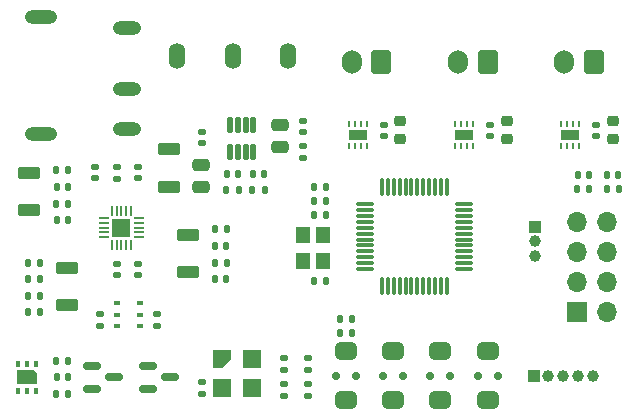
<source format=gbr>
%TF.GenerationSoftware,KiCad,Pcbnew,(7.0.0)*%
%TF.CreationDate,2023-04-19T17:04:57+08:00*%
%TF.ProjectId,Warehouse-on-STM32,57617265-686f-4757-9365-2d6f6e2d5354,rev?*%
%TF.SameCoordinates,Original*%
%TF.FileFunction,Soldermask,Top*%
%TF.FilePolarity,Negative*%
%FSLAX46Y46*%
G04 Gerber Fmt 4.6, Leading zero omitted, Abs format (unit mm)*
G04 Created by KiCad (PCBNEW (7.0.0)) date 2023-04-19 17:04:57*
%MOMM*%
%LPD*%
G01*
G04 APERTURE LIST*
G04 Aperture macros list*
%AMRoundRect*
0 Rectangle with rounded corners*
0 $1 Rounding radius*
0 $2 $3 $4 $5 $6 $7 $8 $9 X,Y pos of 4 corners*
0 Add a 4 corners polygon primitive as box body*
4,1,4,$2,$3,$4,$5,$6,$7,$8,$9,$2,$3,0*
0 Add four circle primitives for the rounded corners*
1,1,$1+$1,$2,$3*
1,1,$1+$1,$4,$5*
1,1,$1+$1,$6,$7*
1,1,$1+$1,$8,$9*
0 Add four rect primitives between the rounded corners*
20,1,$1+$1,$2,$3,$4,$5,0*
20,1,$1+$1,$4,$5,$6,$7,0*
20,1,$1+$1,$6,$7,$8,$9,0*
20,1,$1+$1,$8,$9,$2,$3,0*%
%AMOutline5P*
0 Free polygon, 5 corners , with rotation*
0 The origin of the aperture is its center*
0 number of corners: always 5*
0 $1 to $10 corner X, Y*
0 $11 Rotation angle, in degrees counterclockwise*
0 create outline with 5 corners*
4,1,5,$1,$2,$3,$4,$5,$6,$7,$8,$9,$10,$1,$2,$11*%
%AMOutline6P*
0 Free polygon, 6 corners , with rotation*
0 The origin of the aperture is its center*
0 number of corners: always 6*
0 $1 to $12 corner X, Y*
0 $13 Rotation angle, in degrees counterclockwise*
0 create outline with 6 corners*
4,1,6,$1,$2,$3,$4,$5,$6,$7,$8,$9,$10,$11,$12,$1,$2,$13*%
%AMOutline7P*
0 Free polygon, 7 corners , with rotation*
0 The origin of the aperture is its center*
0 number of corners: always 7*
0 $1 to $14 corner X, Y*
0 $15 Rotation angle, in degrees counterclockwise*
0 create outline with 7 corners*
4,1,7,$1,$2,$3,$4,$5,$6,$7,$8,$9,$10,$11,$12,$13,$14,$1,$2,$15*%
%AMOutline8P*
0 Free polygon, 8 corners , with rotation*
0 The origin of the aperture is its center*
0 number of corners: always 8*
0 $1 to $16 corner X, Y*
0 $17 Rotation angle, in degrees counterclockwise*
0 create outline with 8 corners*
4,1,8,$1,$2,$3,$4,$5,$6,$7,$8,$9,$10,$11,$12,$13,$14,$15,$16,$1,$2,$17*%
G04 Aperture macros list end*
%ADD10RoundRect,0.140000X-0.140000X-0.170000X0.140000X-0.170000X0.140000X0.170000X-0.140000X0.170000X0*%
%ADD11R,0.250000X0.500000*%
%ADD12R,1.600000X0.900000*%
%ADD13RoundRect,0.250000X0.600000X0.750000X-0.600000X0.750000X-0.600000X-0.750000X0.600000X-0.750000X0*%
%ADD14O,1.700000X2.000000*%
%ADD15RoundRect,0.075000X-0.662500X-0.075000X0.662500X-0.075000X0.662500X0.075000X-0.662500X0.075000X0*%
%ADD16RoundRect,0.075000X-0.075000X-0.662500X0.075000X-0.662500X0.075000X0.662500X-0.075000X0.662500X0*%
%ADD17RoundRect,0.135000X-0.135000X-0.185000X0.135000X-0.185000X0.135000X0.185000X-0.135000X0.185000X0*%
%ADD18RoundRect,0.140000X-0.170000X0.140000X-0.170000X-0.140000X0.170000X-0.140000X0.170000X0.140000X0*%
%ADD19RoundRect,0.225000X-0.250000X0.225000X-0.250000X-0.225000X0.250000X-0.225000X0.250000X0.225000X0*%
%ADD20RoundRect,0.135000X-0.185000X0.135000X-0.185000X-0.135000X0.185000X-0.135000X0.185000X0.135000X0*%
%ADD21RoundRect,0.147500X-0.172500X0.147500X-0.172500X-0.147500X0.172500X-0.147500X0.172500X0.147500X0*%
%ADD22RoundRect,0.250000X0.475000X-0.250000X0.475000X0.250000X-0.475000X0.250000X-0.475000X-0.250000X0*%
%ADD23RoundRect,0.140000X0.140000X0.170000X-0.140000X0.170000X-0.140000X-0.170000X0.140000X-0.170000X0*%
%ADD24C,0.700000*%
%ADD25RoundRect,0.412500X0.537500X-0.312500X0.537500X0.312500X-0.537500X0.312500X-0.537500X-0.312500X0*%
%ADD26Outline5P,-0.750000X0.075000X-0.075000X0.750000X0.750000X0.750000X0.750000X-0.750000X-0.750000X-0.750000X180.000000*%
%ADD27R,1.500000X1.500000*%
%ADD28RoundRect,0.050000X-0.375000X-0.050000X0.375000X-0.050000X0.375000X0.050000X-0.375000X0.050000X0*%
%ADD29RoundRect,0.050000X-0.050000X-0.375000X0.050000X-0.375000X0.050000X0.375000X-0.050000X0.375000X0*%
%ADD30R,1.650000X1.650000*%
%ADD31RoundRect,0.125000X-0.125000X0.537500X-0.125000X-0.537500X0.125000X-0.537500X0.125000X0.537500X0*%
%ADD32RoundRect,0.150000X-0.587500X-0.150000X0.587500X-0.150000X0.587500X0.150000X-0.587500X0.150000X0*%
%ADD33RoundRect,0.250000X-0.700000X0.275000X-0.700000X-0.275000X0.700000X-0.275000X0.700000X0.275000X0*%
%ADD34RoundRect,0.135000X0.135000X0.185000X-0.135000X0.185000X-0.135000X-0.185000X0.135000X-0.185000X0*%
%ADD35RoundRect,0.140000X0.170000X-0.140000X0.170000X0.140000X-0.170000X0.140000X-0.170000X-0.140000X0*%
%ADD36R,0.400000X0.550000*%
%ADD37Outline5P,-0.625000X0.550000X-0.325000X0.850000X0.625000X0.850000X0.625000X-0.850000X-0.625000X-0.850000X270.000000*%
%ADD38R,1.700000X1.700000*%
%ADD39O,1.700000X1.700000*%
%ADD40R,1.000000X1.000000*%
%ADD41C,1.000000*%
%ADD42R,1.200000X1.400000*%
%ADD43RoundRect,0.135000X0.185000X-0.135000X0.185000X0.135000X-0.185000X0.135000X-0.185000X-0.135000X0*%
%ADD44RoundRect,0.250000X0.700000X-0.275000X0.700000X0.275000X-0.700000X0.275000X-0.700000X-0.275000X0*%
%ADD45RoundRect,0.250000X-0.475000X0.250000X-0.475000X-0.250000X0.475000X-0.250000X0.475000X0.250000X0*%
%ADD46O,2.380000X1.180000*%
%ADD47O,2.730000X1.180000*%
%ADD48O,1.400000X2.200000*%
%ADD49R,0.550000X0.400000*%
G04 APERTURE END LIST*
D10*
%TO.C,C8*%
X117920000Y-123400000D03*
X118880000Y-123400000D03*
%TD*%
D11*
%TO.C,U5*%
X139749999Y-110249999D03*
X139249999Y-110249999D03*
X138749999Y-110249999D03*
X138249999Y-110249999D03*
X138249999Y-112149999D03*
X138749999Y-112149999D03*
X139249999Y-112149999D03*
X139749999Y-112149999D03*
D12*
X138999999Y-111199999D03*
%TD*%
D13*
%TO.C,J6*%
X141000000Y-105000000D03*
D14*
X138499999Y-104999999D03*
%TD*%
D15*
%TO.C,U1*%
X130637500Y-117050000D03*
X130637500Y-117550000D03*
X130637500Y-118050000D03*
X130637500Y-118550000D03*
X130637500Y-119050000D03*
X130637500Y-119550000D03*
X130637500Y-120050000D03*
X130637500Y-120550000D03*
X130637500Y-121050000D03*
X130637500Y-121550000D03*
X130637500Y-122050000D03*
X130637500Y-122550000D03*
D16*
X132050000Y-123962500D03*
X132550000Y-123962500D03*
X133050000Y-123962500D03*
X133550000Y-123962500D03*
X134050000Y-123962500D03*
X134550000Y-123962500D03*
X135050000Y-123962500D03*
X135550000Y-123962500D03*
X136050000Y-123962500D03*
X136550000Y-123962500D03*
X137050000Y-123962500D03*
X137550000Y-123962500D03*
D15*
X138962500Y-122550000D03*
X138962500Y-122050000D03*
X138962500Y-121550000D03*
X138962500Y-121050000D03*
X138962500Y-120550000D03*
X138962500Y-120050000D03*
X138962500Y-119550000D03*
X138962500Y-119050000D03*
X138962500Y-118550000D03*
X138962500Y-118050000D03*
X138962500Y-117550000D03*
X138962500Y-117050000D03*
D16*
X137550000Y-115637500D03*
X137050000Y-115637500D03*
X136550000Y-115637500D03*
X136050000Y-115637500D03*
X135550000Y-115637500D03*
X135050000Y-115637500D03*
X134550000Y-115637500D03*
X134050000Y-115637500D03*
X133550000Y-115637500D03*
X133050000Y-115637500D03*
X132550000Y-115637500D03*
X132050000Y-115637500D03*
%TD*%
D17*
%TO.C,R7*%
X117890000Y-119200000D03*
X118910000Y-119200000D03*
%TD*%
D18*
%TO.C,C19*%
X125400000Y-109982500D03*
X125400000Y-110942500D03*
%TD*%
D19*
%TO.C,C26*%
X151600000Y-110025000D03*
X151600000Y-111575000D03*
%TD*%
D20*
%TO.C,R16*%
X108200000Y-126390000D03*
X108200000Y-127410000D03*
%TD*%
D21*
%TO.C,D1*%
X123800000Y-132315000D03*
X123800000Y-133285000D03*
%TD*%
D10*
%TO.C,C30*%
X104520000Y-131728500D03*
X105480000Y-131728500D03*
%TD*%
D22*
%TO.C,C23*%
X116775000Y-115612500D03*
X116775000Y-113712500D03*
%TD*%
D23*
%TO.C,C2*%
X152080000Y-114600000D03*
X151120000Y-114600000D03*
%TD*%
D24*
%TO.C,SW4*%
X128150000Y-131600000D03*
X129850000Y-131600000D03*
D25*
X129000000Y-133675000D03*
X129000000Y-129525000D03*
%TD*%
D17*
%TO.C,R11*%
X104490000Y-114200000D03*
X105510000Y-114200000D03*
%TD*%
D26*
%TO.C,U9*%
X118549999Y-130149999D03*
D27*
X118549999Y-132649999D03*
X121049999Y-132649999D03*
X121049999Y-130149999D03*
%TD*%
D28*
%TO.C,U2*%
X108550000Y-118250000D03*
X108550000Y-118650000D03*
X108550000Y-119050000D03*
X108550000Y-119450000D03*
X108550000Y-119850000D03*
D29*
X109200000Y-120500000D03*
X109600000Y-120500000D03*
X110000000Y-120500000D03*
X110400000Y-120500000D03*
X110800000Y-120500000D03*
D28*
X111450000Y-119850000D03*
X111450000Y-119450000D03*
X111450000Y-119050000D03*
X111450000Y-118650000D03*
X111450000Y-118250000D03*
D29*
X110800000Y-117600000D03*
X110400000Y-117600000D03*
X110000000Y-117600000D03*
X109600000Y-117600000D03*
X109200000Y-117600000D03*
D30*
X109999999Y-119049999D03*
%TD*%
D23*
%TO.C,C3*%
X129480000Y-126800000D03*
X128520000Y-126800000D03*
%TD*%
%TO.C,C4*%
X127280000Y-116800000D03*
X126320000Y-116800000D03*
%TD*%
D31*
%TO.C,U3*%
X121175000Y-110325000D03*
X120525000Y-110325000D03*
X119875000Y-110325000D03*
X119225000Y-110325000D03*
X119225000Y-112600000D03*
X119875000Y-112600000D03*
X120525000Y-112600000D03*
X121175000Y-112600000D03*
%TD*%
D21*
%TO.C,D2*%
X125800000Y-132315000D03*
X125800000Y-133285000D03*
%TD*%
D32*
%TO.C,Q2*%
X112262500Y-130778500D03*
X112262500Y-132678500D03*
X114137500Y-131728500D03*
%TD*%
D18*
%TO.C,C16*%
X109600000Y-122120000D03*
X109600000Y-123080000D03*
%TD*%
D33*
%TO.C,L4*%
X114000000Y-112425000D03*
X114000000Y-115575000D03*
%TD*%
D10*
%TO.C,C20*%
X118920000Y-114462500D03*
X119880000Y-114462500D03*
%TD*%
D32*
%TO.C,Q1*%
X107462500Y-130778500D03*
X107462500Y-132678500D03*
X109337500Y-131728500D03*
%TD*%
D34*
%TO.C,R1*%
X149600000Y-115800000D03*
X148580000Y-115800000D03*
%TD*%
%TO.C,R9*%
X103110000Y-122000000D03*
X102090000Y-122000000D03*
%TD*%
D35*
%TO.C,C15*%
X111400000Y-114880000D03*
X111400000Y-113920000D03*
%TD*%
D20*
%TO.C,R17*%
X113000000Y-126390000D03*
X113000000Y-127410000D03*
%TD*%
D36*
%TO.C,U8*%
X102799999Y-130578499D03*
X101999999Y-130578499D03*
X101199999Y-130578499D03*
X101199999Y-132878499D03*
X101999999Y-132878499D03*
X102799999Y-132878499D03*
D37*
X101999999Y-131728499D03*
%TD*%
D17*
%TO.C,R20*%
X104490000Y-133128500D03*
X105510000Y-133128500D03*
%TD*%
D24*
%TO.C,SW2*%
X136150000Y-131600000D03*
X137850000Y-131600000D03*
D25*
X137000000Y-133675000D03*
X137000000Y-129525000D03*
%TD*%
D35*
%TO.C,C18*%
X107800000Y-114880000D03*
X107800000Y-113920000D03*
%TD*%
D24*
%TO.C,SW3*%
X132150000Y-131600000D03*
X133850000Y-131600000D03*
D25*
X133000000Y-133675000D03*
X133000000Y-129525000D03*
%TD*%
D17*
%TO.C,R6*%
X117890000Y-122000000D03*
X118910000Y-122000000D03*
%TD*%
D18*
%TO.C,C28*%
X141200000Y-110320000D03*
X141200000Y-111280000D03*
%TD*%
D35*
%TO.C,C21*%
X116800000Y-111880000D03*
X116800000Y-110920000D03*
%TD*%
D18*
%TO.C,C29*%
X150200000Y-110320000D03*
X150200000Y-111280000D03*
%TD*%
D38*
%TO.C,J1*%
X148599999Y-126199999D03*
D39*
X151139999Y-126199999D03*
X148599999Y-123659999D03*
X151139999Y-123659999D03*
X148599999Y-121119999D03*
X151139999Y-121119999D03*
X148599999Y-118579999D03*
X151139999Y-118579999D03*
%TD*%
D34*
%TO.C,R14*%
X122110000Y-115862500D03*
X121090000Y-115862500D03*
%TD*%
D23*
%TO.C,C7*%
X127280000Y-123600000D03*
X126320000Y-123600000D03*
%TD*%
D20*
%TO.C,R13*%
X125400000Y-112152500D03*
X125400000Y-113172500D03*
%TD*%
D23*
%TO.C,C6*%
X127280000Y-115600000D03*
X126320000Y-115600000D03*
%TD*%
D20*
%TO.C,R19*%
X116800000Y-132090000D03*
X116800000Y-133110000D03*
%TD*%
D23*
%TO.C,C5*%
X127280000Y-118000000D03*
X126320000Y-118000000D03*
%TD*%
%TO.C,C12*%
X103080000Y-123400000D03*
X102120000Y-123400000D03*
%TD*%
D40*
%TO.C,J3*%
X144999999Y-118949999D03*
D41*
X145000000Y-120200000D03*
X145000000Y-121450000D03*
%TD*%
D34*
%TO.C,R15*%
X119910000Y-115862500D03*
X118890000Y-115862500D03*
%TD*%
D24*
%TO.C,SW1*%
X140150000Y-131600000D03*
X141850000Y-131600000D03*
D25*
X141000000Y-133675000D03*
X141000000Y-129525000D03*
%TD*%
D42*
%TO.C,Y1*%
X125349999Y-119699999D03*
X125349999Y-121899999D03*
X127049999Y-121899999D03*
X127049999Y-119699999D03*
%TD*%
D43*
%TO.C,R4*%
X125800000Y-131110000D03*
X125800000Y-130090000D03*
%TD*%
D10*
%TO.C,C13*%
X104520000Y-115600000D03*
X105480000Y-115600000D03*
%TD*%
D18*
%TO.C,C27*%
X132200000Y-110320000D03*
X132200000Y-111280000D03*
%TD*%
D43*
%TO.C,R3*%
X123800000Y-131110000D03*
X123800000Y-130090000D03*
%TD*%
D40*
%TO.C,J2*%
X144899999Y-131599999D03*
D41*
X146150000Y-131600000D03*
X147400000Y-131600000D03*
X148650000Y-131600000D03*
X149900000Y-131600000D03*
%TD*%
D17*
%TO.C,R5*%
X128490000Y-127952000D03*
X129510000Y-127952000D03*
%TD*%
D44*
%TO.C,L1*%
X115600000Y-122775000D03*
X115600000Y-119625000D03*
%TD*%
D11*
%TO.C,U4*%
X130749999Y-110249999D03*
X130249999Y-110249999D03*
X129749999Y-110249999D03*
X129249999Y-110249999D03*
X129249999Y-112149999D03*
X129749999Y-112149999D03*
X130249999Y-112149999D03*
X130749999Y-112149999D03*
D12*
X129999999Y-111199999D03*
%TD*%
D17*
%TO.C,R18*%
X104490000Y-130328500D03*
X105510000Y-130328500D03*
%TD*%
D13*
%TO.C,J5*%
X132000000Y-105000000D03*
D14*
X129499999Y-104999999D03*
%TD*%
D11*
%TO.C,U6*%
X148749999Y-110249999D03*
X148249999Y-110249999D03*
X147749999Y-110249999D03*
X147249999Y-110249999D03*
X147249999Y-112149999D03*
X147749999Y-112149999D03*
X148249999Y-112149999D03*
X148749999Y-112149999D03*
D12*
X147999999Y-111199999D03*
%TD*%
D23*
%TO.C,C22*%
X122080000Y-114462500D03*
X121120000Y-114462500D03*
%TD*%
D44*
%TO.C,L2*%
X105400000Y-125575000D03*
X105400000Y-122425000D03*
%TD*%
D10*
%TO.C,C10*%
X104520000Y-118400000D03*
X105480000Y-118400000D03*
%TD*%
D13*
%TO.C,J7*%
X150000000Y-105000000D03*
D14*
X147499999Y-104999999D03*
%TD*%
D23*
%TO.C,C1*%
X149570000Y-114600000D03*
X148610000Y-114600000D03*
%TD*%
D19*
%TO.C,C24*%
X133600000Y-110025000D03*
X133600000Y-111575000D03*
%TD*%
D23*
%TO.C,C9*%
X103080000Y-126200000D03*
X102120000Y-126200000D03*
%TD*%
D45*
%TO.C,C17*%
X123400000Y-110312500D03*
X123400000Y-112212500D03*
%TD*%
D46*
%TO.C,J4*%
X110499999Y-110699999D03*
X110499999Y-102099999D03*
X110499999Y-107299999D03*
D47*
X103199999Y-101199999D03*
X103199999Y-111099999D03*
%TD*%
D34*
%TO.C,R2*%
X152110000Y-115800000D03*
X151090000Y-115800000D03*
%TD*%
D48*
%TO.C,SW5*%
X114699999Y-104499999D03*
X119399999Y-104499999D03*
X124099999Y-104499999D03*
%TD*%
D34*
%TO.C,R8*%
X103110000Y-124800000D03*
X102090000Y-124800000D03*
%TD*%
D10*
%TO.C,C11*%
X117920000Y-120600000D03*
X118880000Y-120600000D03*
%TD*%
D19*
%TO.C,C25*%
X142600000Y-110025000D03*
X142600000Y-111575000D03*
%TD*%
D18*
%TO.C,C14*%
X111400000Y-122120000D03*
X111400000Y-123080000D03*
%TD*%
D17*
%TO.C,R10*%
X104490000Y-117000000D03*
X105510000Y-117000000D03*
%TD*%
D20*
%TO.C,R12*%
X109600000Y-113890000D03*
X109600000Y-114910000D03*
%TD*%
D49*
%TO.C,U7*%
X109599999Y-125399999D03*
X109599999Y-126399999D03*
X109599999Y-127399999D03*
X111599999Y-127399999D03*
X111599999Y-126399999D03*
X111599999Y-125399999D03*
%TD*%
D44*
%TO.C,L3*%
X102200000Y-117575000D03*
X102200000Y-114425000D03*
%TD*%
M02*

</source>
